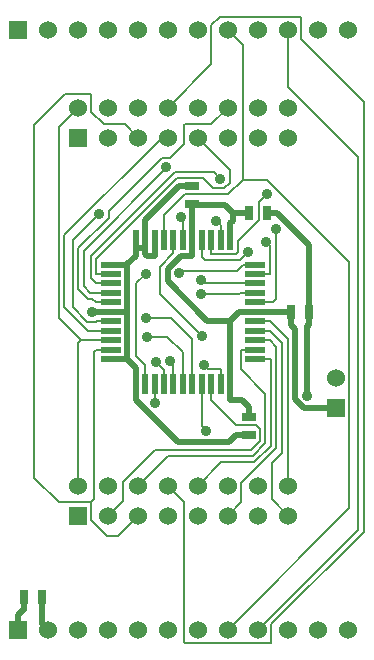
<source format=gtl>
G04 (created by PCBNEW-RS274X (2011-aug-04)-testing) date Sun 07 Apr 2013 12:34:02 PM PDT*
G01*
G70*
G90*
%MOIN*%
G04 Gerber Fmt 3.4, Leading zero omitted, Abs format*
%FSLAX34Y34*%
G04 APERTURE LIST*
%ADD10C,0.006000*%
%ADD11R,0.025000X0.045000*%
%ADD12R,0.045000X0.025000*%
%ADD13R,0.060000X0.060000*%
%ADD14C,0.060000*%
%ADD15R,0.068100X0.019700*%
%ADD16R,0.019700X0.068100*%
%ADD17C,0.035000*%
%ADD18C,0.008000*%
%ADD19C,0.019000*%
G04 APERTURE END LIST*
G54D10*
G54D11*
X21000Y-42100D03*
X21600Y-42100D03*
G54D12*
X28500Y-36100D03*
X28500Y-36700D03*
G54D11*
X29900Y-32600D03*
X30500Y-32600D03*
X28500Y-29300D03*
X29100Y-29300D03*
G54D12*
X26600Y-29000D03*
X26600Y-28400D03*
G54D13*
X31400Y-35800D03*
G54D14*
X31400Y-34800D03*
G54D15*
X23892Y-31023D03*
X23892Y-31338D03*
X23892Y-31653D03*
X23892Y-31968D03*
X23892Y-32283D03*
X23892Y-32598D03*
X23892Y-32913D03*
X23892Y-33228D03*
X23892Y-33543D03*
X23892Y-33858D03*
X23892Y-34173D03*
G54D16*
X24724Y-35005D03*
X25039Y-35005D03*
X25354Y-35005D03*
X25669Y-35005D03*
X25984Y-35005D03*
X26299Y-35005D03*
X26614Y-35005D03*
X26929Y-35005D03*
X27244Y-35005D03*
X27559Y-35005D03*
X27874Y-35005D03*
G54D15*
X28706Y-34173D03*
X28706Y-33858D03*
X28706Y-33543D03*
X28706Y-33228D03*
X28706Y-32913D03*
X28706Y-32598D03*
X28706Y-32283D03*
X28706Y-31968D03*
X28706Y-31653D03*
X28706Y-31338D03*
X28706Y-31023D03*
G54D16*
X27874Y-30191D03*
X27559Y-30191D03*
X27244Y-30191D03*
X26929Y-30191D03*
X26614Y-30191D03*
X26299Y-30191D03*
X25984Y-30191D03*
X25669Y-30191D03*
X25354Y-30191D03*
X25039Y-30191D03*
X24724Y-30191D03*
G54D13*
X20799Y-23200D03*
G54D14*
X21799Y-23200D03*
X22799Y-23200D03*
X23799Y-23200D03*
X24799Y-23200D03*
X25799Y-23200D03*
X26799Y-23200D03*
X27799Y-23200D03*
X28799Y-23200D03*
X29799Y-23200D03*
X30799Y-23200D03*
X31799Y-23200D03*
G54D13*
X20799Y-43197D03*
G54D14*
X21799Y-43197D03*
X22799Y-43197D03*
X23799Y-43197D03*
X24799Y-43197D03*
X25799Y-43197D03*
X26799Y-43197D03*
X27799Y-43197D03*
X28799Y-43197D03*
X29799Y-43197D03*
X30799Y-43197D03*
X31799Y-43197D03*
G54D13*
X22799Y-39398D03*
G54D14*
X22799Y-38398D03*
X23799Y-39398D03*
X23799Y-38398D03*
X24799Y-39398D03*
X24799Y-38398D03*
X25799Y-39398D03*
X25799Y-38398D03*
X26799Y-39398D03*
X26799Y-38398D03*
X27799Y-39398D03*
X27799Y-38398D03*
X28799Y-39398D03*
X28799Y-38398D03*
X29799Y-39398D03*
X29799Y-38398D03*
G54D13*
X22799Y-26799D03*
G54D14*
X22799Y-25799D03*
X23799Y-26799D03*
X23799Y-25799D03*
X24799Y-26799D03*
X24799Y-25799D03*
X25799Y-26799D03*
X25799Y-25799D03*
X26799Y-26799D03*
X26799Y-25799D03*
X27799Y-26799D03*
X27799Y-25799D03*
X28799Y-26799D03*
X28799Y-25799D03*
X29799Y-26799D03*
X29799Y-25799D03*
G54D17*
X26934Y-33405D03*
X26224Y-29436D03*
X25098Y-33431D03*
X27074Y-36563D03*
X26914Y-32009D03*
X26908Y-31554D03*
X29077Y-30284D03*
X26164Y-31321D03*
X27415Y-29567D03*
X29117Y-28667D03*
X28458Y-30605D03*
X26988Y-34382D03*
X29395Y-29832D03*
X25354Y-35643D03*
X25865Y-34253D03*
X25389Y-34271D03*
X25054Y-31332D03*
X27552Y-28160D03*
X25744Y-27785D03*
X23513Y-29325D03*
X25068Y-32791D03*
X30438Y-35391D03*
X23262Y-32598D03*
G54D18*
X29115Y-28201D02*
X28299Y-28201D01*
X31844Y-30930D02*
X29115Y-28201D01*
X31844Y-39152D02*
X31844Y-30930D01*
X27799Y-43197D02*
X31844Y-39152D01*
X28299Y-23700D02*
X28299Y-28201D01*
X27799Y-23200D02*
X28299Y-23700D01*
X25669Y-29369D02*
X25669Y-30191D01*
X26354Y-28684D02*
X25669Y-29369D01*
X27816Y-28684D02*
X26354Y-28684D01*
X28299Y-28201D02*
X27816Y-28684D01*
X25522Y-31993D02*
X26934Y-33405D01*
X25522Y-31099D02*
X25522Y-31993D01*
X25984Y-30637D02*
X25522Y-31099D01*
X25984Y-30191D02*
X25984Y-30637D01*
X29799Y-25095D02*
X29799Y-23200D01*
X32139Y-27435D02*
X29799Y-25095D01*
X32139Y-39857D02*
X32139Y-27435D01*
X28799Y-43197D02*
X32139Y-39857D01*
X26299Y-29511D02*
X26224Y-29436D01*
X26299Y-30191D02*
X26299Y-29511D01*
X26299Y-33948D02*
X26299Y-35005D01*
X25782Y-33431D02*
X26299Y-33948D01*
X25098Y-33431D02*
X25782Y-33431D01*
X26929Y-35005D02*
X26929Y-35488D01*
X26929Y-36418D02*
X27074Y-36563D01*
X26929Y-35488D02*
X26929Y-36418D01*
X28706Y-31968D02*
X28223Y-31968D01*
X28182Y-32009D02*
X28223Y-31968D01*
X26914Y-32009D02*
X28182Y-32009D01*
X27007Y-31653D02*
X28706Y-31653D01*
X26908Y-31554D02*
X27007Y-31653D01*
X29190Y-30397D02*
X29190Y-31338D01*
X29077Y-30284D02*
X29190Y-30397D01*
X28706Y-31338D02*
X29190Y-31338D01*
X28301Y-31023D02*
X28706Y-31023D01*
X28089Y-31235D02*
X28301Y-31023D01*
X26250Y-31235D02*
X28089Y-31235D01*
X26164Y-31321D02*
X26250Y-31235D01*
X27559Y-30191D02*
X27559Y-29707D01*
X27555Y-29707D02*
X27415Y-29567D01*
X27559Y-29707D02*
X27555Y-29707D01*
X27244Y-30191D02*
X27244Y-30674D01*
X28831Y-28953D02*
X29117Y-28667D01*
X28831Y-29544D02*
X28831Y-28953D01*
X28121Y-30254D02*
X28831Y-29544D01*
X28121Y-30620D02*
X28121Y-30254D01*
X28067Y-30674D02*
X28121Y-30620D01*
X27244Y-30674D02*
X28067Y-30674D01*
X28206Y-30857D02*
X28458Y-30605D01*
X27024Y-30857D02*
X28206Y-30857D01*
X26929Y-30762D02*
X27024Y-30857D01*
X26929Y-30191D02*
X26929Y-30762D01*
X27244Y-35551D02*
X27244Y-35005D01*
X28061Y-36368D02*
X27244Y-35551D01*
X28720Y-36368D02*
X28061Y-36368D01*
X28868Y-36516D02*
X28720Y-36368D01*
X28868Y-36904D02*
X28868Y-36516D01*
X28581Y-37191D02*
X28868Y-36904D01*
X25369Y-37191D02*
X28581Y-37191D01*
X24299Y-38261D02*
X25369Y-37191D01*
X24299Y-38898D02*
X24299Y-38261D01*
X23799Y-39398D02*
X24299Y-38898D01*
X27559Y-35005D02*
X27559Y-34521D01*
X27127Y-34521D02*
X26988Y-34382D01*
X27559Y-34521D02*
X27127Y-34521D01*
X28706Y-34173D02*
X29190Y-34173D01*
X29234Y-34217D02*
X29190Y-34173D01*
X29234Y-37058D02*
X29234Y-34217D01*
X28670Y-37622D02*
X29234Y-37058D01*
X27575Y-37622D02*
X28670Y-37622D01*
X26799Y-38398D02*
X27575Y-37622D01*
X28706Y-33858D02*
X28223Y-33858D01*
X28223Y-34521D02*
X28223Y-33858D01*
X29051Y-35349D02*
X28223Y-34521D01*
X29051Y-36981D02*
X29051Y-35349D01*
X28631Y-37401D02*
X29051Y-36981D01*
X25796Y-37401D02*
X28631Y-37401D01*
X24799Y-38398D02*
X25796Y-37401D01*
X28706Y-33543D02*
X29190Y-33543D01*
X29417Y-33770D02*
X29190Y-33543D01*
X29417Y-37134D02*
X29417Y-33770D01*
X28243Y-38308D02*
X29417Y-37134D01*
X28243Y-38954D02*
X28243Y-38308D01*
X27799Y-39398D02*
X28243Y-38954D01*
X28706Y-33228D02*
X29190Y-33228D01*
X29601Y-33639D02*
X29190Y-33228D01*
X29601Y-37308D02*
X29601Y-33639D01*
X29255Y-37654D02*
X29601Y-37308D01*
X29255Y-38854D02*
X29255Y-37654D01*
X29799Y-39398D02*
X29255Y-38854D01*
X28706Y-32913D02*
X29190Y-32913D01*
X29799Y-33522D02*
X29190Y-32913D01*
X29799Y-38398D02*
X29799Y-33522D01*
X29395Y-32182D02*
X29395Y-29832D01*
X29294Y-32283D02*
X29395Y-32182D01*
X28706Y-32283D02*
X29294Y-32283D01*
X25354Y-35643D02*
X25354Y-35005D01*
X25984Y-34372D02*
X25984Y-35005D01*
X25865Y-34253D02*
X25984Y-34372D01*
X25669Y-35005D02*
X25669Y-34521D01*
X25639Y-34521D02*
X25669Y-34521D01*
X25389Y-34271D02*
X25639Y-34521D01*
X25039Y-34373D02*
X25039Y-35005D01*
X24750Y-34084D02*
X25039Y-34373D01*
X24750Y-31636D02*
X24750Y-34084D01*
X25054Y-31332D02*
X24750Y-31636D01*
X23892Y-31338D02*
X23409Y-31338D01*
X27870Y-27870D02*
X26799Y-26799D01*
X27870Y-28293D02*
X27870Y-27870D01*
X27685Y-28478D02*
X27870Y-28293D01*
X27314Y-28478D02*
X27685Y-28478D01*
X26968Y-28132D02*
X27314Y-28478D01*
X26107Y-28132D02*
X26968Y-28132D01*
X23409Y-30830D02*
X26107Y-28132D01*
X23409Y-31338D02*
X23409Y-30830D01*
X23892Y-31653D02*
X23409Y-31653D01*
X27341Y-27949D02*
X27552Y-28160D01*
X26030Y-27949D02*
X27341Y-27949D01*
X23226Y-30753D02*
X26030Y-27949D01*
X23226Y-31470D02*
X23226Y-30753D01*
X23409Y-31653D02*
X23226Y-31470D01*
X26343Y-38942D02*
X25799Y-38398D01*
X26343Y-43619D02*
X26343Y-38942D01*
X26365Y-43641D02*
X26343Y-43619D01*
X29223Y-43641D02*
X26365Y-43641D01*
X29245Y-43619D02*
X29223Y-43641D01*
X29245Y-43012D02*
X29245Y-43619D01*
X32323Y-39934D02*
X29245Y-43012D01*
X32323Y-25595D02*
X32323Y-39934D01*
X30243Y-23515D02*
X32323Y-25595D01*
X30243Y-22778D02*
X30243Y-23515D01*
X30221Y-22756D02*
X30243Y-22778D01*
X27541Y-22756D02*
X30221Y-22756D01*
X27243Y-23054D02*
X27541Y-22756D01*
X27243Y-24355D02*
X27243Y-23054D01*
X25799Y-25799D02*
X27243Y-24355D01*
X25744Y-27805D02*
X25744Y-27785D01*
X22992Y-30557D02*
X25744Y-27805D01*
X22992Y-31752D02*
X22992Y-30557D01*
X23208Y-31968D02*
X22992Y-31752D01*
X23892Y-31968D02*
X23208Y-31968D01*
X27243Y-26355D02*
X27799Y-25799D01*
X26365Y-26355D02*
X27243Y-26355D01*
X26343Y-26377D02*
X26365Y-26355D01*
X26343Y-26991D02*
X26343Y-26377D01*
X25868Y-27466D02*
X26343Y-26991D01*
X25612Y-27466D02*
X25868Y-27466D01*
X23831Y-29247D02*
X25612Y-27466D01*
X23831Y-29458D02*
X23831Y-29247D01*
X22808Y-30481D02*
X23831Y-29458D01*
X22808Y-31831D02*
X22808Y-30481D01*
X23137Y-32160D02*
X22808Y-31831D01*
X23275Y-32160D02*
X23137Y-32160D01*
X23398Y-32283D02*
X23275Y-32160D01*
X23892Y-32283D02*
X23398Y-32283D01*
X23387Y-32935D02*
X23409Y-32913D01*
X23116Y-32935D02*
X23387Y-32935D01*
X22624Y-32443D02*
X23116Y-32935D01*
X22624Y-30214D02*
X22624Y-32443D01*
X23513Y-29325D02*
X22624Y-30214D01*
X23892Y-32913D02*
X23409Y-32913D01*
X23892Y-33228D02*
X23409Y-33228D01*
X23149Y-33228D02*
X23409Y-33228D01*
X22350Y-32429D02*
X23149Y-33228D01*
X22350Y-30038D02*
X22350Y-32429D01*
X25589Y-26799D02*
X22350Y-30038D01*
X25799Y-26799D02*
X25589Y-26799D01*
X23892Y-33543D02*
X23409Y-33543D01*
X23409Y-33543D02*
X22901Y-33543D01*
X22799Y-33645D02*
X22799Y-38398D01*
X22901Y-33543D02*
X22799Y-33645D01*
X22167Y-26431D02*
X22799Y-25799D01*
X22167Y-32809D02*
X22167Y-26431D01*
X22901Y-33543D02*
X22167Y-32809D01*
X22157Y-38954D02*
X23221Y-38954D01*
X21346Y-38143D02*
X22157Y-38954D01*
X21346Y-26374D02*
X21346Y-38143D01*
X22377Y-25343D02*
X21346Y-26374D01*
X23221Y-25343D02*
X22377Y-25343D01*
X23243Y-25365D02*
X23221Y-25343D01*
X23243Y-25945D02*
X23243Y-25365D01*
X23653Y-26355D02*
X23243Y-25945D01*
X24355Y-26355D02*
X23653Y-26355D01*
X24799Y-26799D02*
X24355Y-26355D01*
X24134Y-40063D02*
X24799Y-39398D01*
X23763Y-40063D02*
X24134Y-40063D01*
X23243Y-39543D02*
X23763Y-40063D01*
X23243Y-38976D02*
X23243Y-39543D01*
X23221Y-38954D02*
X23243Y-38976D01*
X23343Y-33924D02*
X23409Y-33858D01*
X23343Y-38832D02*
X23343Y-33924D01*
X23221Y-38954D02*
X23343Y-38832D01*
X23892Y-33858D02*
X23409Y-33858D01*
X26614Y-35005D02*
X26614Y-34521D01*
X25914Y-32791D02*
X25068Y-32791D01*
X26614Y-33491D02*
X25914Y-32791D01*
X26614Y-34521D02*
X26614Y-33491D01*
G54D19*
X26600Y-29638D02*
X26614Y-29652D01*
X26600Y-29323D02*
X26600Y-29638D01*
X26614Y-30191D02*
X26614Y-29652D01*
X27874Y-32892D02*
X28168Y-32598D01*
X28437Y-32598D02*
X28168Y-32598D01*
X26614Y-30191D02*
X26614Y-30729D01*
X26600Y-29101D02*
X26600Y-29323D01*
X26600Y-29101D02*
X26600Y-29054D01*
X28437Y-32598D02*
X28706Y-32598D01*
X30038Y-33161D02*
X29900Y-33023D01*
X30038Y-35519D02*
X30038Y-33161D01*
X30319Y-35800D02*
X30038Y-35519D01*
X31400Y-35800D02*
X30319Y-35800D01*
X29900Y-32681D02*
X29900Y-33023D01*
X29900Y-32681D02*
X29900Y-32615D01*
X29900Y-32600D02*
X29900Y-32615D01*
X29262Y-32615D02*
X29245Y-32598D01*
X29900Y-32615D02*
X29262Y-32615D01*
X28706Y-32598D02*
X29245Y-32598D01*
X26600Y-29000D02*
X26600Y-29027D01*
X26600Y-29027D02*
X26600Y-29054D01*
X27874Y-30191D02*
X27874Y-29652D01*
X28500Y-29300D02*
X28177Y-29300D01*
X27961Y-29300D02*
X28177Y-29300D01*
X27688Y-29027D02*
X27961Y-29300D01*
X26600Y-29027D02*
X27688Y-29027D01*
X27961Y-29565D02*
X27874Y-29652D01*
X27961Y-29300D02*
X27961Y-29565D01*
X27874Y-35005D02*
X27874Y-32892D01*
X28266Y-35543D02*
X28500Y-35777D01*
X27874Y-35543D02*
X28266Y-35543D01*
X27874Y-35005D02*
X27874Y-35543D01*
X28500Y-36100D02*
X28500Y-35777D01*
X20975Y-42523D02*
X21000Y-42523D01*
X20799Y-42699D02*
X20975Y-42523D01*
X20799Y-43197D02*
X20799Y-42699D01*
X21000Y-42100D02*
X21000Y-42523D01*
X27108Y-32892D02*
X27874Y-32892D01*
X25791Y-31575D02*
X27108Y-32892D01*
X25791Y-31167D02*
X25791Y-31575D01*
X26229Y-30729D02*
X25791Y-31167D01*
X26614Y-30729D02*
X26229Y-30729D01*
X25039Y-29538D02*
X25039Y-30191D01*
X26177Y-28400D02*
X25039Y-29538D01*
X26600Y-28400D02*
X26177Y-28400D01*
X25039Y-30191D02*
X25039Y-30460D01*
X25354Y-30191D02*
X25354Y-30729D01*
X30500Y-30377D02*
X30500Y-32600D01*
X29423Y-29300D02*
X30500Y-30377D01*
X29100Y-29300D02*
X29423Y-29300D01*
X25039Y-30675D02*
X25039Y-30460D01*
X25093Y-30729D02*
X25039Y-30675D01*
X25354Y-30729D02*
X25093Y-30729D01*
X24724Y-30460D02*
X25039Y-30460D01*
X24724Y-30191D02*
X24724Y-30460D01*
X24724Y-30460D02*
X24724Y-30729D01*
X23892Y-31023D02*
X24431Y-31023D01*
X30500Y-32600D02*
X30500Y-33023D01*
X30438Y-33085D02*
X30438Y-35391D01*
X30500Y-33023D02*
X30438Y-33085D01*
X28500Y-36700D02*
X28077Y-36700D01*
X21600Y-42998D02*
X21600Y-42100D01*
X21799Y-43197D02*
X21600Y-42998D01*
X26125Y-36944D02*
X24724Y-35543D01*
X27833Y-36944D02*
X26125Y-36944D01*
X28077Y-36700D02*
X27833Y-36944D01*
X24724Y-35005D02*
X24724Y-35543D01*
X24431Y-31022D02*
X24431Y-31023D01*
X24724Y-30729D02*
X24431Y-31022D01*
X23892Y-32598D02*
X24358Y-32598D01*
X23892Y-34173D02*
X24431Y-34173D01*
X24724Y-35005D02*
X24724Y-34466D01*
X24431Y-32598D02*
X24431Y-31023D01*
X24358Y-32598D02*
X24431Y-32598D01*
X24431Y-34173D02*
X24724Y-34466D01*
X24431Y-32598D02*
X24431Y-34173D01*
X23262Y-32598D02*
X23892Y-32598D01*
M02*

</source>
